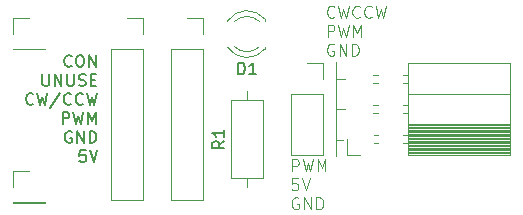
<source format=gbr>
%TF.GenerationSoftware,KiCad,Pcbnew,8.0.3*%
%TF.CreationDate,2024-07-07T19:01:36+09:00*%
%TF.ProjectId,next_usb_device,6e657874-5f75-4736-925f-646576696365,rev?*%
%TF.SameCoordinates,Original*%
%TF.FileFunction,Legend,Top*%
%TF.FilePolarity,Positive*%
%FSLAX46Y46*%
G04 Gerber Fmt 4.6, Leading zero omitted, Abs format (unit mm)*
G04 Created by KiCad (PCBNEW 8.0.3) date 2024-07-07 19:01:36*
%MOMM*%
%LPD*%
G01*
G04 APERTURE LIST*
%ADD10C,0.100000*%
%ADD11C,0.150000*%
%ADD12C,0.120000*%
G04 APERTURE END LIST*
D10*
X132000000Y-75000000D02*
X132600000Y-75000000D01*
X132000000Y-69800000D02*
X132800000Y-69800000D01*
X132000000Y-72400000D02*
X132800000Y-72400000D01*
X132000000Y-68400000D02*
X132000000Y-76400000D01*
X131875312Y-64557292D02*
X131827693Y-64604912D01*
X131827693Y-64604912D02*
X131684836Y-64652531D01*
X131684836Y-64652531D02*
X131589598Y-64652531D01*
X131589598Y-64652531D02*
X131446741Y-64604912D01*
X131446741Y-64604912D02*
X131351503Y-64509673D01*
X131351503Y-64509673D02*
X131303884Y-64414435D01*
X131303884Y-64414435D02*
X131256265Y-64223959D01*
X131256265Y-64223959D02*
X131256265Y-64081102D01*
X131256265Y-64081102D02*
X131303884Y-63890626D01*
X131303884Y-63890626D02*
X131351503Y-63795388D01*
X131351503Y-63795388D02*
X131446741Y-63700150D01*
X131446741Y-63700150D02*
X131589598Y-63652531D01*
X131589598Y-63652531D02*
X131684836Y-63652531D01*
X131684836Y-63652531D02*
X131827693Y-63700150D01*
X131827693Y-63700150D02*
X131875312Y-63747769D01*
X132208646Y-63652531D02*
X132446741Y-64652531D01*
X132446741Y-64652531D02*
X132637217Y-63938245D01*
X132637217Y-63938245D02*
X132827693Y-64652531D01*
X132827693Y-64652531D02*
X133065789Y-63652531D01*
X134018169Y-64557292D02*
X133970550Y-64604912D01*
X133970550Y-64604912D02*
X133827693Y-64652531D01*
X133827693Y-64652531D02*
X133732455Y-64652531D01*
X133732455Y-64652531D02*
X133589598Y-64604912D01*
X133589598Y-64604912D02*
X133494360Y-64509673D01*
X133494360Y-64509673D02*
X133446741Y-64414435D01*
X133446741Y-64414435D02*
X133399122Y-64223959D01*
X133399122Y-64223959D02*
X133399122Y-64081102D01*
X133399122Y-64081102D02*
X133446741Y-63890626D01*
X133446741Y-63890626D02*
X133494360Y-63795388D01*
X133494360Y-63795388D02*
X133589598Y-63700150D01*
X133589598Y-63700150D02*
X133732455Y-63652531D01*
X133732455Y-63652531D02*
X133827693Y-63652531D01*
X133827693Y-63652531D02*
X133970550Y-63700150D01*
X133970550Y-63700150D02*
X134018169Y-63747769D01*
X135018169Y-64557292D02*
X134970550Y-64604912D01*
X134970550Y-64604912D02*
X134827693Y-64652531D01*
X134827693Y-64652531D02*
X134732455Y-64652531D01*
X134732455Y-64652531D02*
X134589598Y-64604912D01*
X134589598Y-64604912D02*
X134494360Y-64509673D01*
X134494360Y-64509673D02*
X134446741Y-64414435D01*
X134446741Y-64414435D02*
X134399122Y-64223959D01*
X134399122Y-64223959D02*
X134399122Y-64081102D01*
X134399122Y-64081102D02*
X134446741Y-63890626D01*
X134446741Y-63890626D02*
X134494360Y-63795388D01*
X134494360Y-63795388D02*
X134589598Y-63700150D01*
X134589598Y-63700150D02*
X134732455Y-63652531D01*
X134732455Y-63652531D02*
X134827693Y-63652531D01*
X134827693Y-63652531D02*
X134970550Y-63700150D01*
X134970550Y-63700150D02*
X135018169Y-63747769D01*
X135351503Y-63652531D02*
X135589598Y-64652531D01*
X135589598Y-64652531D02*
X135780074Y-63938245D01*
X135780074Y-63938245D02*
X135970550Y-64652531D01*
X135970550Y-64652531D02*
X136208646Y-63652531D01*
X131303884Y-66262475D02*
X131303884Y-65262475D01*
X131303884Y-65262475D02*
X131684836Y-65262475D01*
X131684836Y-65262475D02*
X131780074Y-65310094D01*
X131780074Y-65310094D02*
X131827693Y-65357713D01*
X131827693Y-65357713D02*
X131875312Y-65452951D01*
X131875312Y-65452951D02*
X131875312Y-65595808D01*
X131875312Y-65595808D02*
X131827693Y-65691046D01*
X131827693Y-65691046D02*
X131780074Y-65738665D01*
X131780074Y-65738665D02*
X131684836Y-65786284D01*
X131684836Y-65786284D02*
X131303884Y-65786284D01*
X132208646Y-65262475D02*
X132446741Y-66262475D01*
X132446741Y-66262475D02*
X132637217Y-65548189D01*
X132637217Y-65548189D02*
X132827693Y-66262475D01*
X132827693Y-66262475D02*
X133065789Y-65262475D01*
X133446741Y-66262475D02*
X133446741Y-65262475D01*
X133446741Y-65262475D02*
X133780074Y-65976760D01*
X133780074Y-65976760D02*
X134113407Y-65262475D01*
X134113407Y-65262475D02*
X134113407Y-66262475D01*
X131827693Y-66920038D02*
X131732455Y-66872419D01*
X131732455Y-66872419D02*
X131589598Y-66872419D01*
X131589598Y-66872419D02*
X131446741Y-66920038D01*
X131446741Y-66920038D02*
X131351503Y-67015276D01*
X131351503Y-67015276D02*
X131303884Y-67110514D01*
X131303884Y-67110514D02*
X131256265Y-67300990D01*
X131256265Y-67300990D02*
X131256265Y-67443847D01*
X131256265Y-67443847D02*
X131303884Y-67634323D01*
X131303884Y-67634323D02*
X131351503Y-67729561D01*
X131351503Y-67729561D02*
X131446741Y-67824800D01*
X131446741Y-67824800D02*
X131589598Y-67872419D01*
X131589598Y-67872419D02*
X131684836Y-67872419D01*
X131684836Y-67872419D02*
X131827693Y-67824800D01*
X131827693Y-67824800D02*
X131875312Y-67777180D01*
X131875312Y-67777180D02*
X131875312Y-67443847D01*
X131875312Y-67443847D02*
X131684836Y-67443847D01*
X132303884Y-67872419D02*
X132303884Y-66872419D01*
X132303884Y-66872419D02*
X132875312Y-67872419D01*
X132875312Y-67872419D02*
X132875312Y-66872419D01*
X133351503Y-67872419D02*
X133351503Y-66872419D01*
X133351503Y-66872419D02*
X133589598Y-66872419D01*
X133589598Y-66872419D02*
X133732455Y-66920038D01*
X133732455Y-66920038D02*
X133827693Y-67015276D01*
X133827693Y-67015276D02*
X133875312Y-67110514D01*
X133875312Y-67110514D02*
X133922931Y-67300990D01*
X133922931Y-67300990D02*
X133922931Y-67443847D01*
X133922931Y-67443847D02*
X133875312Y-67634323D01*
X133875312Y-67634323D02*
X133827693Y-67729561D01*
X133827693Y-67729561D02*
X133732455Y-67824800D01*
X133732455Y-67824800D02*
X133589598Y-67872419D01*
X133589598Y-67872419D02*
X133351503Y-67872419D01*
X128303884Y-77652531D02*
X128303884Y-76652531D01*
X128303884Y-76652531D02*
X128684836Y-76652531D01*
X128684836Y-76652531D02*
X128780074Y-76700150D01*
X128780074Y-76700150D02*
X128827693Y-76747769D01*
X128827693Y-76747769D02*
X128875312Y-76843007D01*
X128875312Y-76843007D02*
X128875312Y-76985864D01*
X128875312Y-76985864D02*
X128827693Y-77081102D01*
X128827693Y-77081102D02*
X128780074Y-77128721D01*
X128780074Y-77128721D02*
X128684836Y-77176340D01*
X128684836Y-77176340D02*
X128303884Y-77176340D01*
X129208646Y-76652531D02*
X129446741Y-77652531D01*
X129446741Y-77652531D02*
X129637217Y-76938245D01*
X129637217Y-76938245D02*
X129827693Y-77652531D01*
X129827693Y-77652531D02*
X130065789Y-76652531D01*
X130446741Y-77652531D02*
X130446741Y-76652531D01*
X130446741Y-76652531D02*
X130780074Y-77366816D01*
X130780074Y-77366816D02*
X131113407Y-76652531D01*
X131113407Y-76652531D02*
X131113407Y-77652531D01*
X128780074Y-78262475D02*
X128303884Y-78262475D01*
X128303884Y-78262475D02*
X128256265Y-78738665D01*
X128256265Y-78738665D02*
X128303884Y-78691046D01*
X128303884Y-78691046D02*
X128399122Y-78643427D01*
X128399122Y-78643427D02*
X128637217Y-78643427D01*
X128637217Y-78643427D02*
X128732455Y-78691046D01*
X128732455Y-78691046D02*
X128780074Y-78738665D01*
X128780074Y-78738665D02*
X128827693Y-78833903D01*
X128827693Y-78833903D02*
X128827693Y-79071998D01*
X128827693Y-79071998D02*
X128780074Y-79167236D01*
X128780074Y-79167236D02*
X128732455Y-79214856D01*
X128732455Y-79214856D02*
X128637217Y-79262475D01*
X128637217Y-79262475D02*
X128399122Y-79262475D01*
X128399122Y-79262475D02*
X128303884Y-79214856D01*
X128303884Y-79214856D02*
X128256265Y-79167236D01*
X129113408Y-78262475D02*
X129446741Y-79262475D01*
X129446741Y-79262475D02*
X129780074Y-78262475D01*
X128827693Y-79920038D02*
X128732455Y-79872419D01*
X128732455Y-79872419D02*
X128589598Y-79872419D01*
X128589598Y-79872419D02*
X128446741Y-79920038D01*
X128446741Y-79920038D02*
X128351503Y-80015276D01*
X128351503Y-80015276D02*
X128303884Y-80110514D01*
X128303884Y-80110514D02*
X128256265Y-80300990D01*
X128256265Y-80300990D02*
X128256265Y-80443847D01*
X128256265Y-80443847D02*
X128303884Y-80634323D01*
X128303884Y-80634323D02*
X128351503Y-80729561D01*
X128351503Y-80729561D02*
X128446741Y-80824800D01*
X128446741Y-80824800D02*
X128589598Y-80872419D01*
X128589598Y-80872419D02*
X128684836Y-80872419D01*
X128684836Y-80872419D02*
X128827693Y-80824800D01*
X128827693Y-80824800D02*
X128875312Y-80777180D01*
X128875312Y-80777180D02*
X128875312Y-80443847D01*
X128875312Y-80443847D02*
X128684836Y-80443847D01*
X129303884Y-80872419D02*
X129303884Y-79872419D01*
X129303884Y-79872419D02*
X129875312Y-80872419D01*
X129875312Y-80872419D02*
X129875312Y-79872419D01*
X130351503Y-80872419D02*
X130351503Y-79872419D01*
X130351503Y-79872419D02*
X130589598Y-79872419D01*
X130589598Y-79872419D02*
X130732455Y-79920038D01*
X130732455Y-79920038D02*
X130827693Y-80015276D01*
X130827693Y-80015276D02*
X130875312Y-80110514D01*
X130875312Y-80110514D02*
X130922931Y-80300990D01*
X130922931Y-80300990D02*
X130922931Y-80443847D01*
X130922931Y-80443847D02*
X130875312Y-80634323D01*
X130875312Y-80634323D02*
X130827693Y-80729561D01*
X130827693Y-80729561D02*
X130732455Y-80824800D01*
X130732455Y-80824800D02*
X130589598Y-80872419D01*
X130589598Y-80872419D02*
X130351503Y-80872419D01*
D11*
X109615601Y-68724860D02*
X109567982Y-68772480D01*
X109567982Y-68772480D02*
X109425125Y-68820099D01*
X109425125Y-68820099D02*
X109329887Y-68820099D01*
X109329887Y-68820099D02*
X109187030Y-68772480D01*
X109187030Y-68772480D02*
X109091792Y-68677241D01*
X109091792Y-68677241D02*
X109044173Y-68582003D01*
X109044173Y-68582003D02*
X108996554Y-68391527D01*
X108996554Y-68391527D02*
X108996554Y-68248670D01*
X108996554Y-68248670D02*
X109044173Y-68058194D01*
X109044173Y-68058194D02*
X109091792Y-67962956D01*
X109091792Y-67962956D02*
X109187030Y-67867718D01*
X109187030Y-67867718D02*
X109329887Y-67820099D01*
X109329887Y-67820099D02*
X109425125Y-67820099D01*
X109425125Y-67820099D02*
X109567982Y-67867718D01*
X109567982Y-67867718D02*
X109615601Y-67915337D01*
X110234649Y-67820099D02*
X110425125Y-67820099D01*
X110425125Y-67820099D02*
X110520363Y-67867718D01*
X110520363Y-67867718D02*
X110615601Y-67962956D01*
X110615601Y-67962956D02*
X110663220Y-68153432D01*
X110663220Y-68153432D02*
X110663220Y-68486765D01*
X110663220Y-68486765D02*
X110615601Y-68677241D01*
X110615601Y-68677241D02*
X110520363Y-68772480D01*
X110520363Y-68772480D02*
X110425125Y-68820099D01*
X110425125Y-68820099D02*
X110234649Y-68820099D01*
X110234649Y-68820099D02*
X110139411Y-68772480D01*
X110139411Y-68772480D02*
X110044173Y-68677241D01*
X110044173Y-68677241D02*
X109996554Y-68486765D01*
X109996554Y-68486765D02*
X109996554Y-68153432D01*
X109996554Y-68153432D02*
X110044173Y-67962956D01*
X110044173Y-67962956D02*
X110139411Y-67867718D01*
X110139411Y-67867718D02*
X110234649Y-67820099D01*
X111091792Y-68820099D02*
X111091792Y-67820099D01*
X111091792Y-67820099D02*
X111663220Y-68820099D01*
X111663220Y-68820099D02*
X111663220Y-67820099D01*
X107139411Y-69430043D02*
X107139411Y-70239566D01*
X107139411Y-70239566D02*
X107187030Y-70334804D01*
X107187030Y-70334804D02*
X107234649Y-70382424D01*
X107234649Y-70382424D02*
X107329887Y-70430043D01*
X107329887Y-70430043D02*
X107520363Y-70430043D01*
X107520363Y-70430043D02*
X107615601Y-70382424D01*
X107615601Y-70382424D02*
X107663220Y-70334804D01*
X107663220Y-70334804D02*
X107710839Y-70239566D01*
X107710839Y-70239566D02*
X107710839Y-69430043D01*
X108187030Y-70430043D02*
X108187030Y-69430043D01*
X108187030Y-69430043D02*
X108758458Y-70430043D01*
X108758458Y-70430043D02*
X108758458Y-69430043D01*
X109234649Y-69430043D02*
X109234649Y-70239566D01*
X109234649Y-70239566D02*
X109282268Y-70334804D01*
X109282268Y-70334804D02*
X109329887Y-70382424D01*
X109329887Y-70382424D02*
X109425125Y-70430043D01*
X109425125Y-70430043D02*
X109615601Y-70430043D01*
X109615601Y-70430043D02*
X109710839Y-70382424D01*
X109710839Y-70382424D02*
X109758458Y-70334804D01*
X109758458Y-70334804D02*
X109806077Y-70239566D01*
X109806077Y-70239566D02*
X109806077Y-69430043D01*
X110234649Y-70382424D02*
X110377506Y-70430043D01*
X110377506Y-70430043D02*
X110615601Y-70430043D01*
X110615601Y-70430043D02*
X110710839Y-70382424D01*
X110710839Y-70382424D02*
X110758458Y-70334804D01*
X110758458Y-70334804D02*
X110806077Y-70239566D01*
X110806077Y-70239566D02*
X110806077Y-70144328D01*
X110806077Y-70144328D02*
X110758458Y-70049090D01*
X110758458Y-70049090D02*
X110710839Y-70001471D01*
X110710839Y-70001471D02*
X110615601Y-69953852D01*
X110615601Y-69953852D02*
X110425125Y-69906233D01*
X110425125Y-69906233D02*
X110329887Y-69858614D01*
X110329887Y-69858614D02*
X110282268Y-69810995D01*
X110282268Y-69810995D02*
X110234649Y-69715757D01*
X110234649Y-69715757D02*
X110234649Y-69620519D01*
X110234649Y-69620519D02*
X110282268Y-69525281D01*
X110282268Y-69525281D02*
X110329887Y-69477662D01*
X110329887Y-69477662D02*
X110425125Y-69430043D01*
X110425125Y-69430043D02*
X110663220Y-69430043D01*
X110663220Y-69430043D02*
X110806077Y-69477662D01*
X111234649Y-69906233D02*
X111567982Y-69906233D01*
X111710839Y-70430043D02*
X111234649Y-70430043D01*
X111234649Y-70430043D02*
X111234649Y-69430043D01*
X111234649Y-69430043D02*
X111710839Y-69430043D01*
X106377506Y-71944748D02*
X106329887Y-71992368D01*
X106329887Y-71992368D02*
X106187030Y-72039987D01*
X106187030Y-72039987D02*
X106091792Y-72039987D01*
X106091792Y-72039987D02*
X105948935Y-71992368D01*
X105948935Y-71992368D02*
X105853697Y-71897129D01*
X105853697Y-71897129D02*
X105806078Y-71801891D01*
X105806078Y-71801891D02*
X105758459Y-71611415D01*
X105758459Y-71611415D02*
X105758459Y-71468558D01*
X105758459Y-71468558D02*
X105806078Y-71278082D01*
X105806078Y-71278082D02*
X105853697Y-71182844D01*
X105853697Y-71182844D02*
X105948935Y-71087606D01*
X105948935Y-71087606D02*
X106091792Y-71039987D01*
X106091792Y-71039987D02*
X106187030Y-71039987D01*
X106187030Y-71039987D02*
X106329887Y-71087606D01*
X106329887Y-71087606D02*
X106377506Y-71135225D01*
X106710840Y-71039987D02*
X106948935Y-72039987D01*
X106948935Y-72039987D02*
X107139411Y-71325701D01*
X107139411Y-71325701D02*
X107329887Y-72039987D01*
X107329887Y-72039987D02*
X107567983Y-71039987D01*
X108663220Y-70992368D02*
X107806078Y-72278082D01*
X109567982Y-71944748D02*
X109520363Y-71992368D01*
X109520363Y-71992368D02*
X109377506Y-72039987D01*
X109377506Y-72039987D02*
X109282268Y-72039987D01*
X109282268Y-72039987D02*
X109139411Y-71992368D01*
X109139411Y-71992368D02*
X109044173Y-71897129D01*
X109044173Y-71897129D02*
X108996554Y-71801891D01*
X108996554Y-71801891D02*
X108948935Y-71611415D01*
X108948935Y-71611415D02*
X108948935Y-71468558D01*
X108948935Y-71468558D02*
X108996554Y-71278082D01*
X108996554Y-71278082D02*
X109044173Y-71182844D01*
X109044173Y-71182844D02*
X109139411Y-71087606D01*
X109139411Y-71087606D02*
X109282268Y-71039987D01*
X109282268Y-71039987D02*
X109377506Y-71039987D01*
X109377506Y-71039987D02*
X109520363Y-71087606D01*
X109520363Y-71087606D02*
X109567982Y-71135225D01*
X110567982Y-71944748D02*
X110520363Y-71992368D01*
X110520363Y-71992368D02*
X110377506Y-72039987D01*
X110377506Y-72039987D02*
X110282268Y-72039987D01*
X110282268Y-72039987D02*
X110139411Y-71992368D01*
X110139411Y-71992368D02*
X110044173Y-71897129D01*
X110044173Y-71897129D02*
X109996554Y-71801891D01*
X109996554Y-71801891D02*
X109948935Y-71611415D01*
X109948935Y-71611415D02*
X109948935Y-71468558D01*
X109948935Y-71468558D02*
X109996554Y-71278082D01*
X109996554Y-71278082D02*
X110044173Y-71182844D01*
X110044173Y-71182844D02*
X110139411Y-71087606D01*
X110139411Y-71087606D02*
X110282268Y-71039987D01*
X110282268Y-71039987D02*
X110377506Y-71039987D01*
X110377506Y-71039987D02*
X110520363Y-71087606D01*
X110520363Y-71087606D02*
X110567982Y-71135225D01*
X110901316Y-71039987D02*
X111139411Y-72039987D01*
X111139411Y-72039987D02*
X111329887Y-71325701D01*
X111329887Y-71325701D02*
X111520363Y-72039987D01*
X111520363Y-72039987D02*
X111758459Y-71039987D01*
X108853697Y-73649931D02*
X108853697Y-72649931D01*
X108853697Y-72649931D02*
X109234649Y-72649931D01*
X109234649Y-72649931D02*
X109329887Y-72697550D01*
X109329887Y-72697550D02*
X109377506Y-72745169D01*
X109377506Y-72745169D02*
X109425125Y-72840407D01*
X109425125Y-72840407D02*
X109425125Y-72983264D01*
X109425125Y-72983264D02*
X109377506Y-73078502D01*
X109377506Y-73078502D02*
X109329887Y-73126121D01*
X109329887Y-73126121D02*
X109234649Y-73173740D01*
X109234649Y-73173740D02*
X108853697Y-73173740D01*
X109758459Y-72649931D02*
X109996554Y-73649931D01*
X109996554Y-73649931D02*
X110187030Y-72935645D01*
X110187030Y-72935645D02*
X110377506Y-73649931D01*
X110377506Y-73649931D02*
X110615602Y-72649931D01*
X110996554Y-73649931D02*
X110996554Y-72649931D01*
X110996554Y-72649931D02*
X111329887Y-73364216D01*
X111329887Y-73364216D02*
X111663220Y-72649931D01*
X111663220Y-72649931D02*
X111663220Y-73649931D01*
X109615601Y-74307494D02*
X109520363Y-74259875D01*
X109520363Y-74259875D02*
X109377506Y-74259875D01*
X109377506Y-74259875D02*
X109234649Y-74307494D01*
X109234649Y-74307494D02*
X109139411Y-74402732D01*
X109139411Y-74402732D02*
X109091792Y-74497970D01*
X109091792Y-74497970D02*
X109044173Y-74688446D01*
X109044173Y-74688446D02*
X109044173Y-74831303D01*
X109044173Y-74831303D02*
X109091792Y-75021779D01*
X109091792Y-75021779D02*
X109139411Y-75117017D01*
X109139411Y-75117017D02*
X109234649Y-75212256D01*
X109234649Y-75212256D02*
X109377506Y-75259875D01*
X109377506Y-75259875D02*
X109472744Y-75259875D01*
X109472744Y-75259875D02*
X109615601Y-75212256D01*
X109615601Y-75212256D02*
X109663220Y-75164636D01*
X109663220Y-75164636D02*
X109663220Y-74831303D01*
X109663220Y-74831303D02*
X109472744Y-74831303D01*
X110091792Y-75259875D02*
X110091792Y-74259875D01*
X110091792Y-74259875D02*
X110663220Y-75259875D01*
X110663220Y-75259875D02*
X110663220Y-74259875D01*
X111139411Y-75259875D02*
X111139411Y-74259875D01*
X111139411Y-74259875D02*
X111377506Y-74259875D01*
X111377506Y-74259875D02*
X111520363Y-74307494D01*
X111520363Y-74307494D02*
X111615601Y-74402732D01*
X111615601Y-74402732D02*
X111663220Y-74497970D01*
X111663220Y-74497970D02*
X111710839Y-74688446D01*
X111710839Y-74688446D02*
X111710839Y-74831303D01*
X111710839Y-74831303D02*
X111663220Y-75021779D01*
X111663220Y-75021779D02*
X111615601Y-75117017D01*
X111615601Y-75117017D02*
X111520363Y-75212256D01*
X111520363Y-75212256D02*
X111377506Y-75259875D01*
X111377506Y-75259875D02*
X111139411Y-75259875D01*
X110806077Y-75869819D02*
X110329887Y-75869819D01*
X110329887Y-75869819D02*
X110282268Y-76346009D01*
X110282268Y-76346009D02*
X110329887Y-76298390D01*
X110329887Y-76298390D02*
X110425125Y-76250771D01*
X110425125Y-76250771D02*
X110663220Y-76250771D01*
X110663220Y-76250771D02*
X110758458Y-76298390D01*
X110758458Y-76298390D02*
X110806077Y-76346009D01*
X110806077Y-76346009D02*
X110853696Y-76441247D01*
X110853696Y-76441247D02*
X110853696Y-76679342D01*
X110853696Y-76679342D02*
X110806077Y-76774580D01*
X110806077Y-76774580D02*
X110758458Y-76822200D01*
X110758458Y-76822200D02*
X110663220Y-76869819D01*
X110663220Y-76869819D02*
X110425125Y-76869819D01*
X110425125Y-76869819D02*
X110329887Y-76822200D01*
X110329887Y-76822200D02*
X110282268Y-76774580D01*
X111139411Y-75869819D02*
X111472744Y-76869819D01*
X111472744Y-76869819D02*
X111806077Y-75869819D01*
X122544819Y-75096666D02*
X122068628Y-75429999D01*
X122544819Y-75668094D02*
X121544819Y-75668094D01*
X121544819Y-75668094D02*
X121544819Y-75287142D01*
X121544819Y-75287142D02*
X121592438Y-75191904D01*
X121592438Y-75191904D02*
X121640057Y-75144285D01*
X121640057Y-75144285D02*
X121735295Y-75096666D01*
X121735295Y-75096666D02*
X121878152Y-75096666D01*
X121878152Y-75096666D02*
X121973390Y-75144285D01*
X121973390Y-75144285D02*
X122021009Y-75191904D01*
X122021009Y-75191904D02*
X122068628Y-75287142D01*
X122068628Y-75287142D02*
X122068628Y-75668094D01*
X122544819Y-74144285D02*
X122544819Y-74715713D01*
X122544819Y-74429999D02*
X121544819Y-74429999D01*
X121544819Y-74429999D02*
X121687676Y-74525237D01*
X121687676Y-74525237D02*
X121782914Y-74620475D01*
X121782914Y-74620475D02*
X121830533Y-74715713D01*
X123721905Y-69454819D02*
X123721905Y-68454819D01*
X123721905Y-68454819D02*
X123960000Y-68454819D01*
X123960000Y-68454819D02*
X124102857Y-68502438D01*
X124102857Y-68502438D02*
X124198095Y-68597676D01*
X124198095Y-68597676D02*
X124245714Y-68692914D01*
X124245714Y-68692914D02*
X124293333Y-68883390D01*
X124293333Y-68883390D02*
X124293333Y-69026247D01*
X124293333Y-69026247D02*
X124245714Y-69216723D01*
X124245714Y-69216723D02*
X124198095Y-69311961D01*
X124198095Y-69311961D02*
X124102857Y-69407200D01*
X124102857Y-69407200D02*
X123960000Y-69454819D01*
X123960000Y-69454819D02*
X123721905Y-69454819D01*
X125245714Y-69454819D02*
X124674286Y-69454819D01*
X124960000Y-69454819D02*
X124960000Y-68454819D01*
X124960000Y-68454819D02*
X124864762Y-68597676D01*
X124864762Y-68597676D02*
X124769524Y-68692914D01*
X124769524Y-68692914D02*
X124674286Y-68740533D01*
D12*
%TO.C,J1*%
X112970000Y-67310000D02*
X112970000Y-80070000D01*
X112970000Y-67310000D02*
X115630000Y-67310000D01*
X112970000Y-80070000D02*
X115630000Y-80070000D01*
X114300000Y-64710000D02*
X115630000Y-64710000D01*
X115630000Y-64710000D02*
X115630000Y-66040000D01*
X115630000Y-67310000D02*
X115630000Y-80070000D01*
%TO.C,R1*%
X123090000Y-71660000D02*
X123090000Y-78200000D01*
X123090000Y-78200000D02*
X125830000Y-78200000D01*
X124460000Y-70890000D02*
X124460000Y-71660000D01*
X124460000Y-78970000D02*
X124460000Y-78200000D01*
X125830000Y-71660000D02*
X123090000Y-71660000D01*
X125830000Y-78200000D02*
X125830000Y-71660000D01*
%TO.C,REF\u002A\u002A*%
X104670000Y-77670000D02*
X106000000Y-77670000D01*
X104670000Y-79000000D02*
X104670000Y-77670000D01*
X104670000Y-80270000D02*
X104670000Y-80330000D01*
X104670000Y-80270000D02*
X107330000Y-80270000D01*
X104670000Y-80330000D02*
X107330000Y-80330000D01*
X107330000Y-80270000D02*
X107330000Y-80330000D01*
%TO.C,J3*%
X132965000Y-76245000D02*
X132965000Y-74915000D01*
X134075000Y-76245000D02*
X132965000Y-76245000D01*
X135565000Y-69475000D02*
X135125000Y-69475000D01*
X135565000Y-70195000D02*
X135125000Y-70195000D01*
X135565000Y-72015000D02*
X135125000Y-72015000D01*
X135565000Y-72735000D02*
X135125000Y-72735000D01*
X135565000Y-74555000D02*
X135185000Y-74555000D01*
X135565000Y-75275000D02*
X135185000Y-75275000D01*
X138075000Y-69475000D02*
X137665000Y-69475000D01*
X138075000Y-70195000D02*
X137665000Y-70195000D01*
X138075000Y-72015000D02*
X137665000Y-72015000D01*
X138075000Y-72735000D02*
X137665000Y-72735000D01*
X138075000Y-74555000D02*
X137665000Y-74555000D01*
X138075000Y-75275000D02*
X137665000Y-75275000D01*
X138075000Y-76245000D02*
X138075000Y-68505000D01*
X146705000Y-68505000D02*
X138075000Y-68505000D01*
X146705000Y-71105000D02*
X138075000Y-71105000D01*
X146705000Y-73645000D02*
X138075000Y-73645000D01*
X146705000Y-73763100D02*
X138075000Y-73763100D01*
X146705000Y-73881195D02*
X138075000Y-73881195D01*
X146705000Y-73999290D02*
X138075000Y-73999290D01*
X146705000Y-74117385D02*
X138075000Y-74117385D01*
X146705000Y-74235480D02*
X138075000Y-74235480D01*
X146705000Y-74353575D02*
X138075000Y-74353575D01*
X146705000Y-74471670D02*
X138075000Y-74471670D01*
X146705000Y-74589765D02*
X138075000Y-74589765D01*
X146705000Y-74707860D02*
X138075000Y-74707860D01*
X146705000Y-74825955D02*
X138075000Y-74825955D01*
X146705000Y-74944050D02*
X138075000Y-74944050D01*
X146705000Y-75062145D02*
X138075000Y-75062145D01*
X146705000Y-75180240D02*
X138075000Y-75180240D01*
X146705000Y-75298335D02*
X138075000Y-75298335D01*
X146705000Y-75416430D02*
X138075000Y-75416430D01*
X146705000Y-75534525D02*
X138075000Y-75534525D01*
X146705000Y-75652620D02*
X138075000Y-75652620D01*
X146705000Y-75770715D02*
X138075000Y-75770715D01*
X146705000Y-75888810D02*
X138075000Y-75888810D01*
X146705000Y-76006905D02*
X138075000Y-76006905D01*
X146705000Y-76125000D02*
X138075000Y-76125000D01*
X146705000Y-76245000D02*
X138075000Y-76245000D01*
X146705000Y-76245000D02*
X146705000Y-68505000D01*
%TO.C,D1*%
X126020000Y-64960000D02*
X126020000Y-64804000D01*
X126020000Y-67276000D02*
X126020000Y-67120000D01*
X122787665Y-64961392D02*
G75*
G02*
X126020000Y-64804484I1672335J-1078608D01*
G01*
X123418870Y-64960163D02*
G75*
G02*
X125500961Y-64960000I1041130J-1079837D01*
G01*
X125500961Y-67120000D02*
G75*
G02*
X123418870Y-67119837I-1040961J1080000D01*
G01*
X126020000Y-67275516D02*
G75*
G02*
X122787665Y-67118608I-1560000J1235516D01*
G01*
%TO.C,J4*%
X118050000Y-67310000D02*
X118050000Y-80070000D01*
X118050000Y-67310000D02*
X120710000Y-67310000D01*
X118050000Y-80070000D02*
X120710000Y-80070000D01*
X119380000Y-64710000D02*
X120710000Y-64710000D01*
X120710000Y-64710000D02*
X120710000Y-66040000D01*
X120710000Y-67310000D02*
X120710000Y-80070000D01*
%TO.C,REF\u002A\u002A*%
X104670000Y-64670000D02*
X106000000Y-64670000D01*
X104670000Y-66000000D02*
X104670000Y-64670000D01*
X104670000Y-67270000D02*
X104670000Y-67330000D01*
X104670000Y-67270000D02*
X107330000Y-67270000D01*
X104670000Y-67330000D02*
X107330000Y-67330000D01*
X107330000Y-67270000D02*
X107330000Y-67330000D01*
%TO.C,J2*%
X128210000Y-71120000D02*
X128210000Y-76260000D01*
X128210000Y-71120000D02*
X130870000Y-71120000D01*
X128210000Y-76260000D02*
X130870000Y-76260000D01*
X129540000Y-68520000D02*
X130870000Y-68520000D01*
X130870000Y-68520000D02*
X130870000Y-69850000D01*
X130870000Y-71120000D02*
X130870000Y-76260000D01*
%TD*%
M02*

</source>
